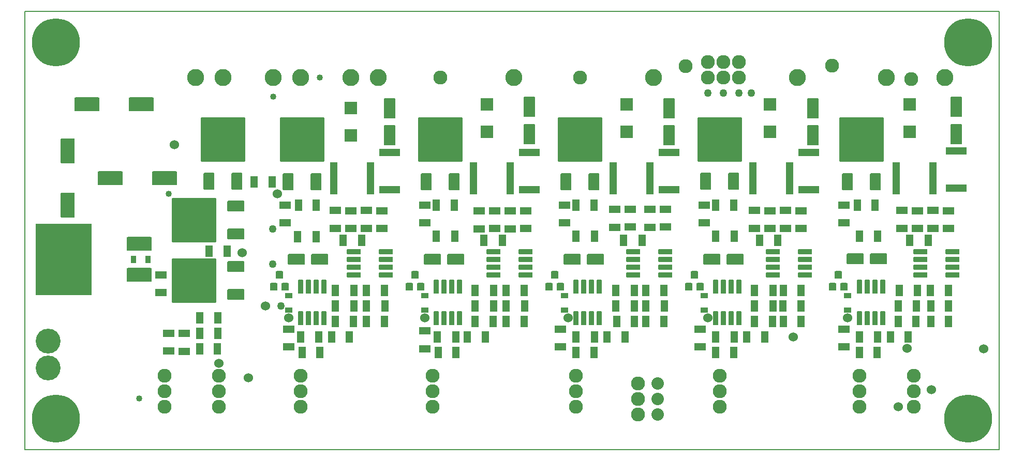
<source format=gbr>
G04 PROTEUS GERBER X2 FILE*
%TF.GenerationSoftware,Labcenter,Proteus,8.7-SP3-Build25561*%
%TF.CreationDate,2021-05-23T19:19:56+00:00*%
%TF.FileFunction,Soldermask,Top*%
%TF.FilePolarity,Negative*%
%TF.Part,Single*%
%TF.SameCoordinates,{bb4e542a-de17-4d2d-b6f0-32913e85bf41}*%
%FSLAX45Y45*%
%MOMM*%
G01*
%TA.AperFunction,Material*%
%ADD46C,1.524000*%
%ADD47C,2.032000*%
%ADD48C,1.270000*%
%ADD49C,1.016000*%
%ADD50C,2.286000*%
%AMPPAD045*
4,1,4,
0.596900,-2.654300,
-0.596900,-2.654300,
-0.596900,2.654300,
0.596900,2.654300,
0.596900,-2.654300,
0*%
%TA.AperFunction,Material*%
%ADD51PPAD045*%
%TA.AperFunction,Material*%
%ADD52C,4.064000*%
%ADD53C,2.794000*%
%AMPPAD048*
4,1,4,
-0.571500,0.901700,
0.571500,0.901700,
0.571500,-0.901700,
-0.571500,-0.901700,
-0.571500,0.901700,
0*%
%TA.AperFunction,Material*%
%ADD54PPAD048*%
%AMPPAD049*
4,1,4,
1.054100,-1.054100,
-1.054100,-1.054100,
-1.054100,1.054100,
1.054100,1.054100,
1.054100,-1.054100,
0*%
%ADD55PPAD049*%
%AMPPAD050*
4,1,36,
0.825500,-1.651000,
-0.825500,-1.651000,
-0.851470,-1.648470,
-0.875480,-1.641200,
-0.897080,-1.629650,
-0.915790,-1.614290,
-0.931150,-1.595570,
-0.942700,-1.573980,
-0.949970,-1.549970,
-0.952500,-1.524000,
-0.952500,1.524000,
-0.949970,1.549970,
-0.942700,1.573980,
-0.931150,1.595570,
-0.915790,1.614290,
-0.897080,1.629650,
-0.875480,1.641200,
-0.851470,1.648470,
-0.825500,1.651000,
0.825500,1.651000,
0.851470,1.648470,
0.875480,1.641200,
0.897080,1.629650,
0.915790,1.614290,
0.931150,1.595570,
0.942700,1.573980,
0.949970,1.549970,
0.952500,1.524000,
0.952500,-1.524000,
0.949970,-1.549970,
0.942700,-1.573980,
0.931150,-1.595570,
0.915790,-1.614290,
0.897080,-1.629650,
0.875480,-1.641200,
0.851470,-1.648470,
0.825500,-1.651000,
0*%
%ADD56PPAD050*%
%AMPPAD051*
4,1,4,
1.701800,0.622300,
1.701800,-0.622300,
-1.701800,-0.622300,
-1.701800,0.622300,
1.701800,0.622300,
0*%
%ADD57PPAD051*%
%AMPPAD052*
4,1,36,
-3.492500,3.619500,
3.492500,3.619500,
3.518470,3.616970,
3.542480,3.609700,
3.564080,3.598150,
3.582790,3.582790,
3.598150,3.564070,
3.609700,3.542480,
3.616970,3.518470,
3.619500,3.492500,
3.619500,-3.492500,
3.616970,-3.518470,
3.609700,-3.542480,
3.598150,-3.564070,
3.582790,-3.582790,
3.564080,-3.598150,
3.542480,-3.609700,
3.518470,-3.616970,
3.492500,-3.619500,
-3.492500,-3.619500,
-3.518470,-3.616970,
-3.542480,-3.609700,
-3.564080,-3.598150,
-3.582790,-3.582790,
-3.598150,-3.564070,
-3.609700,-3.542480,
-3.616970,-3.518470,
-3.619500,-3.492500,
-3.619500,3.492500,
-3.616970,3.518470,
-3.609700,3.542480,
-3.598150,3.564070,
-3.582790,3.582790,
-3.564080,3.598150,
-3.542480,3.609700,
-3.518470,3.616970,
-3.492500,3.619500,
0*%
%TA.AperFunction,Material*%
%ADD58PPAD052*%
%AMPPAD053*
4,1,36,
-0.762000,1.397000,
0.762000,1.397000,
0.787970,1.394470,
0.811980,1.387200,
0.833580,1.375650,
0.852290,1.360290,
0.867650,1.341570,
0.879200,1.319980,
0.886470,1.295970,
0.889000,1.270000,
0.889000,-1.270000,
0.886470,-1.295970,
0.879200,-1.319980,
0.867650,-1.341570,
0.852290,-1.360290,
0.833580,-1.375650,
0.811980,-1.387200,
0.787970,-1.394470,
0.762000,-1.397000,
-0.762000,-1.397000,
-0.787970,-1.394470,
-0.811980,-1.387200,
-0.833580,-1.375650,
-0.852290,-1.360290,
-0.867650,-1.341570,
-0.879200,-1.319980,
-0.886470,-1.295970,
-0.889000,-1.270000,
-0.889000,1.270000,
-0.886470,1.295970,
-0.879200,1.319980,
-0.867650,1.341570,
-0.852290,1.360290,
-0.833580,1.375650,
-0.811980,1.387200,
-0.787970,1.394470,
-0.762000,1.397000,
0*%
%ADD59PPAD053*%
%AMPPAD054*
4,1,36,
0.317500,-1.143000,
-0.317500,-1.143000,
-0.343470,-1.140470,
-0.367480,-1.133200,
-0.389080,-1.121650,
-0.407790,-1.106290,
-0.423150,-1.087570,
-0.434700,-1.065980,
-0.441970,-1.041970,
-0.444500,-1.016000,
-0.444500,1.016000,
-0.441970,1.041970,
-0.434700,1.065980,
-0.423150,1.087570,
-0.407790,1.106290,
-0.389080,1.121650,
-0.367480,1.133200,
-0.343470,1.140470,
-0.317500,1.143000,
0.317500,1.143000,
0.343470,1.140470,
0.367480,1.133200,
0.389080,1.121650,
0.407790,1.106290,
0.423150,1.087570,
0.434700,1.065980,
0.441970,1.041970,
0.444500,1.016000,
0.444500,-1.016000,
0.441970,-1.041970,
0.434700,-1.065980,
0.423150,-1.087570,
0.407790,-1.106290,
0.389080,-1.121650,
0.367480,-1.133200,
0.343470,-1.140470,
0.317500,-1.143000,
0*%
%TA.AperFunction,Material*%
%ADD60PPAD054*%
%AMPPAD055*
4,1,4,
0.901700,0.571500,
0.901700,-0.571500,
-0.901700,-0.571500,
-0.901700,0.571500,
0.901700,0.571500,
0*%
%TA.AperFunction,Material*%
%ADD61PPAD055*%
%AMPPAD056*
4,1,36,
-1.397000,-0.762000,
-1.397000,0.762000,
-1.394470,0.787970,
-1.387200,0.811980,
-1.375650,0.833580,
-1.360290,0.852290,
-1.341570,0.867650,
-1.319980,0.879200,
-1.295970,0.886470,
-1.270000,0.889000,
1.270000,0.889000,
1.295970,0.886470,
1.319980,0.879200,
1.341570,0.867650,
1.360290,0.852290,
1.375650,0.833580,
1.387200,0.811980,
1.394470,0.787970,
1.397000,0.762000,
1.397000,-0.762000,
1.394470,-0.787970,
1.387200,-0.811980,
1.375650,-0.833580,
1.360290,-0.852290,
1.341570,-0.867650,
1.319980,-0.879200,
1.295970,-0.886470,
1.270000,-0.889000,
-1.270000,-0.889000,
-1.295970,-0.886470,
-1.319980,-0.879200,
-1.341570,-0.867650,
-1.360290,-0.852290,
-1.375650,-0.833580,
-1.387200,-0.811980,
-1.394470,-0.787970,
-1.397000,-0.762000,
0*%
%ADD62PPAD056*%
%AMPPAD057*
4,1,36,
0.571500,0.317500,
0.571500,-0.317500,
0.568970,-0.343470,
0.561700,-0.367480,
0.550150,-0.389080,
0.534790,-0.407790,
0.516070,-0.423150,
0.494480,-0.434700,
0.470470,-0.441970,
0.444500,-0.444500,
-0.444500,-0.444500,
-0.470470,-0.441970,
-0.494480,-0.434700,
-0.516070,-0.423150,
-0.534790,-0.407790,
-0.550150,-0.389080,
-0.561700,-0.367480,
-0.568970,-0.343470,
-0.571500,-0.317500,
-0.571500,0.317500,
-0.568970,0.343470,
-0.561700,0.367480,
-0.550150,0.389080,
-0.534790,0.407790,
-0.516070,0.423150,
-0.494480,0.434700,
-0.470470,0.441970,
-0.444500,0.444500,
0.444500,0.444500,
0.470470,0.441970,
0.494480,0.434700,
0.516070,0.423150,
0.534790,0.407790,
0.550150,0.389080,
0.561700,0.367480,
0.568970,0.343470,
0.571500,0.317500,
0*%
%ADD63PPAD057*%
%AMPPAD058*
4,1,36,
0.444500,-0.635000,
-0.444500,-0.635000,
-0.470470,-0.632470,
-0.494480,-0.625200,
-0.516080,-0.613650,
-0.534790,-0.598290,
-0.550150,-0.579570,
-0.561700,-0.557980,
-0.568970,-0.533970,
-0.571500,-0.508000,
-0.571500,0.508000,
-0.568970,0.533970,
-0.561700,0.557980,
-0.550150,0.579570,
-0.534790,0.598290,
-0.516080,0.613650,
-0.494480,0.625200,
-0.470470,0.632470,
-0.444500,0.635000,
0.444500,0.635000,
0.470470,0.632470,
0.494480,0.625200,
0.516080,0.613650,
0.534790,0.598290,
0.550150,0.579570,
0.561700,0.557980,
0.568970,0.533970,
0.571500,0.508000,
0.571500,-0.508000,
0.568970,-0.533970,
0.561700,-0.557980,
0.550150,-0.579570,
0.534790,-0.598290,
0.516080,-0.613650,
0.494480,-0.625200,
0.470470,-0.632470,
0.444500,-0.635000,
0*%
%TA.AperFunction,Material*%
%ADD64PPAD058*%
%AMPPAD059*
4,1,36,
-1.143000,-0.317500,
-1.143000,0.317500,
-1.140470,0.343470,
-1.133200,0.367480,
-1.121650,0.389080,
-1.106290,0.407790,
-1.087570,0.423150,
-1.065980,0.434700,
-1.041970,0.441970,
-1.016000,0.444500,
1.016000,0.444500,
1.041970,0.441970,
1.065980,0.434700,
1.087570,0.423150,
1.106290,0.407790,
1.121650,0.389080,
1.133200,0.367480,
1.140470,0.343470,
1.143000,0.317500,
1.143000,-0.317500,
1.140470,-0.343470,
1.133200,-0.367480,
1.121650,-0.389080,
1.106290,-0.407790,
1.087570,-0.423150,
1.065980,-0.434700,
1.041970,-0.441970,
1.016000,-0.444500,
-1.016000,-0.444500,
-1.041970,-0.441970,
-1.065980,-0.434700,
-1.087570,-0.423150,
-1.106290,-0.407790,
-1.121650,-0.389080,
-1.133200,-0.367480,
-1.140470,-0.343470,
-1.143000,-0.317500,
0*%
%TA.AperFunction,Material*%
%ADD65PPAD059*%
%TA.AperFunction,Material*%
%ADD66C,7.874000*%
%AMPPAD061*
4,1,36,
-3.619500,-3.492500,
-3.619500,3.492500,
-3.616970,3.518470,
-3.609700,3.542480,
-3.598150,3.564080,
-3.582790,3.582790,
-3.564070,3.598150,
-3.542480,3.609700,
-3.518470,3.616970,
-3.492500,3.619500,
3.492500,3.619500,
3.518470,3.616970,
3.542480,3.609700,
3.564070,3.598150,
3.582790,3.582790,
3.598150,3.564080,
3.609700,3.542480,
3.616970,3.518470,
3.619500,3.492500,
3.619500,-3.492500,
3.616970,-3.518470,
3.609700,-3.542480,
3.598150,-3.564080,
3.582790,-3.582790,
3.564070,-3.598150,
3.542480,-3.609700,
3.518470,-3.616970,
3.492500,-3.619500,
-3.492500,-3.619500,
-3.518470,-3.616970,
-3.542480,-3.609700,
-3.564070,-3.598150,
-3.582790,-3.582790,
-3.598150,-3.564080,
-3.609700,-3.542480,
-3.616970,-3.518470,
-3.619500,-3.492500,
0*%
%TA.AperFunction,Material*%
%ADD67PPAD061*%
%AMPPAD062*
4,1,36,
2.032000,1.016000,
2.032000,-1.016000,
2.029470,-1.041970,
2.022200,-1.065980,
2.010650,-1.087580,
1.995290,-1.106290,
1.976570,-1.121650,
1.954980,-1.133200,
1.930970,-1.140470,
1.905000,-1.143000,
-1.905000,-1.143000,
-1.930970,-1.140470,
-1.954980,-1.133200,
-1.976570,-1.121650,
-1.995290,-1.106290,
-2.010650,-1.087580,
-2.022200,-1.065980,
-2.029470,-1.041970,
-2.032000,-1.016000,
-2.032000,1.016000,
-2.029470,1.041970,
-2.022200,1.065980,
-2.010650,1.087580,
-1.995290,1.106290,
-1.976570,1.121650,
-1.954980,1.133200,
-1.930970,1.140470,
-1.905000,1.143000,
1.905000,1.143000,
1.930970,1.140470,
1.954980,1.133200,
1.976570,1.121650,
1.995290,1.106290,
2.010650,1.087580,
2.022200,1.065980,
2.029470,1.041970,
2.032000,1.016000,
0*%
%TA.AperFunction,Material*%
%ADD68PPAD062*%
%AMPPAD063*
4,1,36,
-1.016000,2.032000,
1.016000,2.032000,
1.041970,2.029470,
1.065980,2.022200,
1.087580,2.010650,
1.106290,1.995290,
1.121650,1.976570,
1.133200,1.954980,
1.140470,1.930970,
1.143000,1.905000,
1.143000,-1.905000,
1.140470,-1.930970,
1.133200,-1.954980,
1.121650,-1.976570,
1.106290,-1.995290,
1.087580,-2.010650,
1.065980,-2.022200,
1.041970,-2.029470,
1.016000,-2.032000,
-1.016000,-2.032000,
-1.041970,-2.029470,
-1.065980,-2.022200,
-1.087580,-2.010650,
-1.106290,-1.995290,
-1.121650,-1.976570,
-1.133200,-1.954980,
-1.140470,-1.930970,
-1.143000,-1.905000,
-1.143000,1.905000,
-1.140470,1.930970,
-1.133200,1.954980,
-1.121650,1.976570,
-1.106290,1.995290,
-1.087580,2.010650,
-1.065980,2.022200,
-1.041970,2.029470,
-1.016000,2.032000,
0*%
%ADD69PPAD063*%
%AMPPAD064*
4,1,36,
0.317500,-0.571500,
-0.317500,-0.571500,
-0.343470,-0.568970,
-0.367480,-0.561700,
-0.389080,-0.550150,
-0.407790,-0.534790,
-0.423150,-0.516070,
-0.434700,-0.494480,
-0.441970,-0.470470,
-0.444500,-0.444500,
-0.444500,0.444500,
-0.441970,0.470470,
-0.434700,0.494480,
-0.423150,0.516070,
-0.407790,0.534790,
-0.389080,0.550150,
-0.367480,0.561700,
-0.343470,0.568970,
-0.317500,0.571500,
0.317500,0.571500,
0.343470,0.568970,
0.367480,0.561700,
0.389080,0.550150,
0.407790,0.534790,
0.423150,0.516070,
0.434700,0.494480,
0.441970,0.470470,
0.444500,0.444500,
0.444500,-0.444500,
0.441970,-0.470470,
0.434700,-0.494480,
0.423150,-0.516070,
0.407790,-0.534790,
0.389080,-0.550150,
0.367480,-0.561700,
0.343470,-0.568970,
0.317500,-0.571500,
0*%
%ADD74PPAD064*%
%AMPPAD065*
4,1,36,
-4.572000,-5.715000,
-4.572000,5.715000,
-4.569470,5.740970,
-4.562200,5.764980,
-4.550650,5.786580,
-4.535290,5.805290,
-4.516570,5.820650,
-4.494980,5.832200,
-4.470970,5.839470,
-4.445000,5.842000,
4.445000,5.842000,
4.470970,5.839470,
4.494980,5.832200,
4.516570,5.820650,
4.535290,5.805290,
4.550650,5.786580,
4.562200,5.764980,
4.569470,5.740970,
4.572000,5.715000,
4.572000,-5.715000,
4.569470,-5.740970,
4.562200,-5.764980,
4.550650,-5.786580,
4.535290,-5.805290,
4.516570,-5.820650,
4.494980,-5.832200,
4.470970,-5.839470,
4.445000,-5.842000,
-4.445000,-5.842000,
-4.470970,-5.839470,
-4.494980,-5.832200,
-4.516570,-5.820650,
-4.535290,-5.805290,
-4.550650,-5.786580,
-4.562200,-5.764980,
-4.569470,-5.740970,
-4.572000,-5.715000,
0*%
%TA.AperFunction,Material*%
%ADD75PPAD065*%
%TA.AperFunction,Profile*%
%ADD40C,0.203200*%
%TD.AperFunction*%
D46*
X+6858000Y-3556000D03*
D47*
X+2921000Y-3175000D03*
X+2921000Y-3429000D03*
X+2921000Y-3683000D03*
D48*
X+4457601Y+1587500D03*
X+4254500Y+1587500D03*
X+4000500Y+1587500D03*
X+3746500Y+1587500D03*
D46*
X+7400945Y-3273445D03*
D48*
X-3379970Y-639428D03*
X-3374955Y-1215192D03*
X-3238500Y-1905000D03*
D49*
X-5560983Y-3423705D03*
D50*
X-635000Y+1841500D03*
X+1651000Y+1841500D03*
X+3383781Y+2028052D03*
X+5778500Y+2032000D03*
X+7075312Y+1816100D03*
D46*
X-4989352Y+736133D03*
X-3302000Y-63500D03*
X-4254500Y-2844450D03*
X-3777899Y-3079399D03*
X+7003489Y-2602297D03*
X+8255000Y-2603500D03*
X+6032500Y-2095500D03*
X+5143500Y-2413000D03*
X+3746500Y-2095500D03*
X+1460500Y-2095500D03*
X-889000Y-2095500D03*
X-3111500Y-2095500D03*
X-3492500Y-1905000D03*
X-3873500Y-1031366D03*
D49*
X-5080000Y-63500D03*
X-2603500Y+1841500D03*
X-3365500Y+1524000D03*
D51*
X-1778000Y+190500D03*
X-2378000Y+190500D03*
D52*
X-7048500Y-2476500D03*
X-7048500Y-2921000D03*
D53*
X-2095500Y+1841500D03*
X-1651000Y+1841500D03*
D50*
X-2921000Y-3556000D03*
X-2921000Y-3048000D03*
X-2921000Y-3302000D03*
D54*
X-4572000Y-2095500D03*
X-4272000Y-2095500D03*
X-3383000Y+127000D03*
X-3683000Y+127000D03*
D55*
X-2095500Y+1339000D03*
X-2095500Y+889000D03*
D56*
X-1460500Y+889000D03*
X-1460500Y+1333500D03*
D57*
X-1460500Y+610000D03*
X-1460500Y+0D03*
D58*
X-2895600Y+817880D03*
D59*
X-3124200Y+127000D03*
X-2667000Y+127000D03*
D60*
X-2921000Y-2108200D03*
X-2794000Y-2108200D03*
X-2667000Y-2108200D03*
X-2540000Y-2108200D03*
X-2540000Y-1587500D03*
X-2667000Y-1587500D03*
X-2794000Y-1587500D03*
X-2921000Y-1587500D03*
D54*
X-2667000Y-254000D03*
X-2957000Y-254000D03*
D61*
X-3175000Y-254000D03*
X-3175000Y-544000D03*
D54*
X-2967000Y-768350D03*
X-2667000Y-768350D03*
D62*
X-2984500Y-1143000D03*
X-2603500Y-1143000D03*
D63*
X-3111500Y-1968500D03*
X-3111500Y-1733550D03*
D54*
X-2921000Y-2413000D03*
X-2621000Y-2413000D03*
X-2893500Y-2667000D03*
X-2603500Y-2667000D03*
D64*
X-3268980Y-1397000D03*
X-3362960Y-1587500D03*
X-3175000Y-1587500D03*
D61*
X-3111500Y-2286000D03*
X-3111500Y-2576000D03*
X-1587500Y-635000D03*
X-1587500Y-345000D03*
X-2095500Y-635000D03*
X-2095500Y-345000D03*
X-1841500Y-335000D03*
X-1841500Y-635000D03*
D65*
X-2044700Y-1016000D03*
X-2044700Y-1143000D03*
X-2044700Y-1270000D03*
X-2044700Y-1397000D03*
X-1524000Y-1397000D03*
X-1524000Y-1270000D03*
X-1524000Y-1143000D03*
X-1524000Y-1016000D03*
D54*
X-2222500Y-825500D03*
X-1922500Y-825500D03*
X-1841500Y-2159000D03*
X-1551500Y-2159000D03*
X-1841500Y-1651000D03*
X-1551500Y-1651000D03*
X-2349500Y-2159000D03*
X-2059500Y-2159000D03*
X-2349500Y-1651000D03*
X-2049500Y-1651000D03*
X-2349500Y-1905000D03*
X-2049500Y-1905000D03*
X-1841500Y-1905000D03*
X-1541500Y-1905000D03*
D61*
X-2349500Y-335000D03*
X-2349500Y-635000D03*
D58*
X-635000Y+817880D03*
D59*
X-863600Y+127000D03*
X-406400Y+127000D03*
D51*
X+508000Y+190500D03*
X-92000Y+190500D03*
D55*
X+127000Y+1397000D03*
X+127000Y+947000D03*
D56*
X+825500Y+907000D03*
X+825500Y+1351500D03*
D57*
X+825500Y+610000D03*
X+825500Y+0D03*
D65*
X+241300Y-1016000D03*
X+241300Y-1143000D03*
X+241300Y-1270000D03*
X+241300Y-1397000D03*
X+762000Y-1397000D03*
X+762000Y-1270000D03*
X+762000Y-1143000D03*
X+762000Y-1016000D03*
D61*
X-889000Y-254000D03*
X-889000Y-544000D03*
D54*
X-408500Y-254000D03*
X-698500Y-254000D03*
X-698500Y-762000D03*
X-398500Y-762000D03*
D62*
X-762000Y-1143000D03*
X-381000Y-1143000D03*
D64*
X-1046480Y-1397000D03*
X-1140460Y-1587500D03*
X-952500Y-1587500D03*
D63*
X-889000Y-1968500D03*
X-889000Y-1733550D03*
D60*
X-698500Y-2108200D03*
X-571500Y-2108200D03*
X-444500Y-2108200D03*
X-317500Y-2108200D03*
X-317500Y-1587500D03*
X-444500Y-1587500D03*
X-571500Y-1587500D03*
X-698500Y-1587500D03*
D61*
X-889000Y-2313500D03*
X-889000Y-2603500D03*
D54*
X-671000Y-2667000D03*
X-381000Y-2667000D03*
X-681000Y-2413000D03*
X-381000Y-2413000D03*
D61*
X+0Y-345000D03*
X+0Y-645000D03*
X+508000Y-345000D03*
X+508000Y-645000D03*
X+762000Y-635000D03*
X+762000Y-345000D03*
X+254000Y-635000D03*
X+254000Y-345000D03*
D54*
X+81000Y-825500D03*
X+381000Y-825500D03*
X-63500Y-1651000D03*
X+236500Y-1651000D03*
X-63500Y-1905000D03*
X+236500Y-1905000D03*
X-63500Y-2159000D03*
X+226500Y-2159000D03*
X+444500Y-1651000D03*
X+734500Y-1651000D03*
X+444500Y-2159000D03*
X+734500Y-2159000D03*
X+444500Y-1905000D03*
X+744500Y-1905000D03*
D53*
X+571500Y+1841500D03*
D50*
X-762000Y-3556000D03*
X-762000Y-3302000D03*
X-762000Y-3048000D03*
D56*
X+3111500Y+889000D03*
X+3111500Y+1333500D03*
D55*
X+2413000Y+1397000D03*
X+2413000Y+947000D03*
D63*
X+1397000Y-1968500D03*
X+1397000Y-1733550D03*
D51*
X+2794000Y+190500D03*
X+2194000Y+190500D03*
D64*
X+1239520Y-1397000D03*
X+1145540Y-1587500D03*
X+1333500Y-1587500D03*
D58*
X+1651000Y+817880D03*
D59*
X+1422400Y+127000D03*
X+1879600Y+127000D03*
D50*
X+1587500Y-3302000D03*
X+1587500Y-3556000D03*
X+1587500Y-3048000D03*
D65*
X+2527300Y-1016000D03*
X+2527300Y-1143000D03*
X+2527300Y-1270000D03*
X+2527300Y-1397000D03*
X+3048000Y-1397000D03*
X+3048000Y-1270000D03*
X+3048000Y-1143000D03*
X+3048000Y-1016000D03*
D60*
X+1587500Y-2108200D03*
X+1714500Y-2108200D03*
X+1841500Y-2108200D03*
X+1968500Y-2108200D03*
X+1968500Y-1587500D03*
X+1841500Y-1587500D03*
X+1714500Y-1587500D03*
X+1587500Y-1587500D03*
D57*
X+3111500Y+610000D03*
X+3111500Y+0D03*
D53*
X+2857500Y+1841500D03*
D54*
X+1587500Y-762000D03*
X+1887500Y-762000D03*
D62*
X+1524000Y-1143000D03*
X+1905000Y-1143000D03*
D61*
X+1397000Y-254000D03*
X+1397000Y-544000D03*
D54*
X+1877500Y-254000D03*
X+1587500Y-254000D03*
X+1587500Y-2667000D03*
X+1877500Y-2667000D03*
D61*
X+1333500Y-2286000D03*
X+1333500Y-2576000D03*
D54*
X+1587500Y-2413000D03*
X+1887500Y-2413000D03*
D61*
X+2222500Y-317500D03*
X+2222500Y-617500D03*
X+2476500Y-607500D03*
X+2476500Y-317500D03*
X+3048000Y-607500D03*
X+3048000Y-317500D03*
X+2794000Y-617500D03*
X+2794000Y-317500D03*
D54*
X+2367000Y-825500D03*
X+2667000Y-825500D03*
X+2730500Y-2159000D03*
X+3020500Y-2159000D03*
X+2730500Y-1651000D03*
X+3020500Y-1651000D03*
X+2250000Y-2159000D03*
X+2540000Y-2159000D03*
X+2240000Y-1905000D03*
X+2540000Y-1905000D03*
X+2730500Y-1905000D03*
X+3030500Y-1905000D03*
X+2240000Y-1651000D03*
X+2540000Y-1651000D03*
D56*
X+5461000Y+889000D03*
X+5461000Y+1333500D03*
D55*
X+4762500Y+1397000D03*
X+4762500Y+947000D03*
D63*
X+3683000Y-1968500D03*
X+3683000Y-1733550D03*
D50*
X+3937000Y-3556000D03*
X+6223000Y-3556000D03*
X+3937000Y-3048000D03*
X+6223000Y-3048000D03*
D51*
X+5080000Y+190500D03*
X+4480000Y+190500D03*
D50*
X+3937000Y-3302000D03*
X+6223000Y-3302000D03*
D64*
X+3525520Y-1397000D03*
X+3431540Y-1587500D03*
X+3619500Y-1587500D03*
D58*
X+3937000Y+825500D03*
D59*
X+3708400Y+134620D03*
X+4165600Y+134620D03*
D64*
X+5875020Y-1397000D03*
X+5781040Y-1587500D03*
X+5969000Y-1587500D03*
D58*
X+6261100Y+817880D03*
D59*
X+6032500Y+127000D03*
X+6489700Y+127000D03*
D53*
X+5207000Y+1841500D03*
X+7620000Y+1841500D03*
D57*
X+5397500Y+610000D03*
X+5397500Y+0D03*
X+7810500Y+635000D03*
X+7810500Y+25000D03*
D65*
X+4813300Y-1016000D03*
X+4813300Y-1143000D03*
X+4813300Y-1270000D03*
X+4813300Y-1397000D03*
X+5334000Y-1397000D03*
X+5334000Y-1270000D03*
X+5334000Y-1143000D03*
X+5334000Y-1016000D03*
D60*
X+3873500Y-2108200D03*
X+4000500Y-2108200D03*
X+4127500Y-2108200D03*
X+4254500Y-2108200D03*
X+4254500Y-1587500D03*
X+4127500Y-1587500D03*
X+4000500Y-1587500D03*
X+3873500Y-1587500D03*
D65*
X+7226300Y-1016000D03*
X+7226300Y-1143000D03*
X+7226300Y-1270000D03*
X+7226300Y-1397000D03*
X+7747000Y-1397000D03*
X+7747000Y-1270000D03*
X+7747000Y-1143000D03*
X+7747000Y-1016000D03*
D60*
X+6223000Y-2108200D03*
X+6350000Y-2108200D03*
X+6477000Y-2108200D03*
X+6604000Y-2108200D03*
X+6604000Y-1587500D03*
X+6477000Y-1587500D03*
X+6350000Y-1587500D03*
X+6223000Y-1587500D03*
D54*
X+3873500Y-2413000D03*
X+4173500Y-2413000D03*
X+3873500Y-762000D03*
X+4173500Y-762000D03*
D62*
X+3810000Y-1143000D03*
X+4191000Y-1143000D03*
D61*
X+3619500Y-2286000D03*
X+3619500Y-2576000D03*
X+3683000Y-254000D03*
X+3683000Y-544000D03*
D54*
X+4163500Y-254000D03*
X+3873500Y-254000D03*
X+3873500Y-2667000D03*
X+4163500Y-2667000D03*
D61*
X+5270500Y-635000D03*
X+5270500Y-345000D03*
X+4762500Y-635000D03*
X+4762500Y-345000D03*
D54*
X+4508500Y-2159000D03*
X+4798500Y-2159000D03*
X+4589500Y-825500D03*
X+4889500Y-825500D03*
D61*
X+5016500Y-335000D03*
X+5016500Y-635000D03*
X+4508500Y-335000D03*
X+4508500Y-635000D03*
D54*
X+4980500Y-2159000D03*
X+5270500Y-2159000D03*
X+4980500Y-1651000D03*
X+5270500Y-1651000D03*
X+7393500Y-2159000D03*
X+7683500Y-2159000D03*
X+4508500Y-1905000D03*
X+4808500Y-1905000D03*
X+4970500Y-1905000D03*
X+5270500Y-1905000D03*
X+4508500Y-1651000D03*
X+4808500Y-1651000D03*
D56*
X+7810500Y+907000D03*
X+7810500Y+1351500D03*
D55*
X+7048500Y+1397000D03*
X+7048500Y+947000D03*
D63*
X+6032500Y-1968500D03*
X+6032500Y-1733550D03*
D51*
X+7429500Y+190500D03*
X+6829500Y+190500D03*
D54*
X+6858000Y-1905000D03*
X+7158000Y-1905000D03*
X+6223000Y-762000D03*
X+6523000Y-762000D03*
D62*
X+6159500Y-1135380D03*
X+6540500Y-1135380D03*
D61*
X+5969000Y-254000D03*
X+5969000Y-544000D03*
D54*
X+6477000Y-254000D03*
X+6187000Y-254000D03*
D61*
X+5969000Y-2286000D03*
X+5969000Y-2576000D03*
D54*
X+6223000Y-2667000D03*
X+6513000Y-2667000D03*
X+6223000Y-2413000D03*
X+6523000Y-2413000D03*
X+7048500Y-825500D03*
X+7348500Y-825500D03*
X+7383500Y-1651000D03*
X+7683500Y-1651000D03*
D61*
X+7429500Y-335000D03*
X+7429500Y-635000D03*
D54*
X+6875500Y-1651000D03*
X+7175500Y-1651000D03*
D61*
X+6921500Y-335000D03*
X+6921500Y-635000D03*
D54*
X+7393500Y-1905000D03*
X+7683500Y-1905000D03*
D61*
X+7683500Y-635000D03*
X+7683500Y-345000D03*
X+7175500Y-635000D03*
X+7175500Y-345000D03*
D54*
X+6858000Y-2159000D03*
X+7148000Y-2159000D03*
D50*
X+7112000Y-3302000D03*
X+7112000Y-3556000D03*
X+7112000Y-3048000D03*
D53*
X+6667500Y+1841500D03*
D50*
X-4254500Y-3556000D03*
D54*
X-4572000Y-2349500D03*
X-4272000Y-2349500D03*
X-4419600Y-1008380D03*
X-4119600Y-1008380D03*
D66*
X-6921500Y-3746500D03*
X-6921500Y+2413000D03*
X+8001000Y+2413000D03*
X+8001000Y-3746500D03*
D53*
X-4191000Y+1841500D03*
X-4635500Y+1841500D03*
X-2921000Y+1841500D03*
X-3365500Y+1841500D03*
D50*
X-4254500Y-3048000D03*
X-4254500Y-3302000D03*
X+3746500Y+2095500D03*
X+2603500Y-3175000D03*
X+3746500Y+1841500D03*
X+4000500Y+2095500D03*
X+2603500Y-3429000D03*
X+4000500Y+1841500D03*
X+4254500Y+2095500D03*
X+2603500Y-3683000D03*
X+4254500Y+1841500D03*
D61*
X-4826000Y-2349500D03*
X-4826000Y-2649500D03*
D54*
X-4572000Y-2603500D03*
X-4282000Y-2603500D03*
D61*
X-5080000Y-2349500D03*
X-5080000Y-2639500D03*
D50*
X-5143500Y-3048000D03*
X-5143500Y-3302000D03*
D67*
X-4665980Y-1490980D03*
D62*
X-3975100Y-1719580D03*
X-3975100Y-1262380D03*
D67*
X-4665980Y-500380D03*
D62*
X-3975100Y-728980D03*
X-3975100Y-271780D03*
D58*
X-4191000Y+825500D03*
D59*
X-4419600Y+134620D03*
X-3962400Y+134620D03*
D54*
X-2413000Y-2413000D03*
X-2123000Y-2413000D03*
X-190500Y-2413000D03*
X+99500Y-2413000D03*
X+2095500Y-2413000D03*
X+2385500Y-2413000D03*
X+4381500Y-2413000D03*
X+4671500Y-2413000D03*
X+6731000Y-2413000D03*
X+7021000Y-2413000D03*
D50*
X-5143500Y-3556000D03*
D68*
X-6413500Y+1397000D03*
X-5524500Y+1397000D03*
D69*
X-6731000Y-254000D03*
X-6731000Y+635000D03*
D68*
X-6032500Y+190500D03*
X-5143500Y+190500D03*
D74*
X-5651500Y-1143000D03*
X-5416550Y-1143000D03*
D75*
X-6794500Y-1143000D03*
D68*
X-5562600Y-1397000D03*
X-5562600Y-889000D03*
D61*
X-5207000Y-1687000D03*
X-5207000Y-1397000D03*
D40*
X-7429500Y-4254500D02*
X+8509000Y-4254500D01*
X+8509000Y+2921000D01*
X-7429500Y+2921000D01*
X-7429500Y-4254500D01*
M02*

</source>
